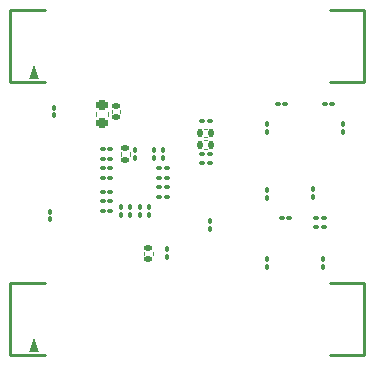
<source format=gbr>
%TF.GenerationSoftware,KiCad,Pcbnew,9.0.6-r1*%
%TF.CreationDate,2025-12-20T23:12:14+08:00*%
%TF.ProjectId,H750XB_V2,48373530-5842-45f5-9632-2e6b69636164,rev?*%
%TF.SameCoordinates,Original*%
%TF.FileFunction,Legend,Bot*%
%TF.FilePolarity,Positive*%
%FSLAX46Y46*%
G04 Gerber Fmt 4.6, Leading zero omitted, Abs format (unit mm)*
G04 Created by KiCad (PCBNEW 9.0.6-r1) date 2025-12-20 23:12:14*
%MOMM*%
%LPD*%
G01*
G04 APERTURE LIST*
G04 Aperture macros list*
%AMRoundRect*
0 Rectangle with rounded corners*
0 $1 Rounding radius*
0 $2 $3 $4 $5 $6 $7 $8 $9 X,Y pos of 4 corners*
0 Add a 4 corners polygon primitive as box body*
4,1,4,$2,$3,$4,$5,$6,$7,$8,$9,$2,$3,0*
0 Add four circle primitives for the rounded corners*
1,1,$1+$1,$2,$3*
1,1,$1+$1,$4,$5*
1,1,$1+$1,$6,$7*
1,1,$1+$1,$8,$9*
0 Add four rect primitives between the rounded corners*
20,1,$1+$1,$2,$3,$4,$5,0*
20,1,$1+$1,$4,$5,$6,$7,0*
20,1,$1+$1,$6,$7,$8,$9,0*
20,1,$1+$1,$8,$9,$2,$3,0*%
G04 Aperture macros list end*
%ADD10C,0.120000*%
%ADD11C,0.254000*%
%ADD12C,0.000000*%
%ADD13RoundRect,0.135000X0.185000X-0.135000X0.185000X0.135000X-0.185000X0.135000X-0.185000X-0.135000X0*%
%ADD14RoundRect,0.100000X0.100000X-0.130000X0.100000X0.130000X-0.100000X0.130000X-0.100000X-0.130000X0*%
%ADD15RoundRect,0.100000X-0.100000X0.130000X-0.100000X-0.130000X0.100000X-0.130000X0.100000X0.130000X0*%
%ADD16RoundRect,0.100000X0.130000X0.100000X-0.130000X0.100000X-0.130000X-0.100000X0.130000X-0.100000X0*%
%ADD17RoundRect,0.225000X-0.250000X0.225000X-0.250000X-0.225000X0.250000X-0.225000X0.250000X0.225000X0*%
%ADD18RoundRect,0.100000X-0.130000X-0.100000X0.130000X-0.100000X0.130000X0.100000X-0.130000X0.100000X0*%
%ADD19RoundRect,0.100000X0.021213X0.162635X-0.162635X-0.021213X-0.021213X-0.162635X0.162635X0.021213X0*%
%ADD20RoundRect,0.100000X0.162635X-0.021213X-0.021213X0.162635X-0.162635X0.021213X0.021213X-0.162635X0*%
%ADD21RoundRect,0.140000X0.140000X0.170000X-0.140000X0.170000X-0.140000X-0.170000X0.140000X-0.170000X0*%
%ADD22RoundRect,0.140000X-0.170000X0.140000X-0.170000X-0.140000X0.170000X-0.140000X0.170000X0.140000X0*%
%ADD23RoundRect,0.140000X0.170000X-0.140000X0.170000X0.140000X-0.170000X0.140000X-0.170000X-0.140000X0*%
%ADD24R,0.500000X2.000000*%
G04 APERTURE END LIST*
D10*
%TO.C,R1*%
X10128800Y17246359D02*
X10128800Y17553641D01*
X9368800Y17246359D02*
X9368800Y17553641D01*
%TO.C,C60*%
X7238800Y20940580D02*
X7238800Y20659420D01*
X8258800Y20940580D02*
X8258800Y20659420D01*
%TO.C,C14*%
X16656636Y18560000D02*
X16440964Y18560000D01*
X16656636Y17840000D02*
X16440964Y17840000D01*
%TO.C,C3*%
X8588800Y21107836D02*
X8588800Y20892164D01*
X9308800Y21107836D02*
X9308800Y20892164D01*
%TO.C,C9*%
X12058800Y8892164D02*
X12058800Y9107836D01*
X11338800Y8892164D02*
X11338800Y9107836D01*
%TO.C,C6*%
X16656636Y19560000D02*
X16440964Y19560000D01*
X16656636Y18840000D02*
X16440964Y18840000D01*
D11*
%TO.C,CN1*%
X2935000Y29598000D02*
X14000Y29598000D01*
X14000Y29598000D02*
X14000Y23502000D01*
X14000Y23502000D02*
X2935000Y23502000D01*
X27065000Y23502000D02*
X29986000Y23502000D01*
X29986000Y23502000D02*
X29986000Y29598000D01*
X29986000Y29598000D02*
X27065000Y29598000D01*
D12*
G36*
X2427000Y23756000D02*
G01*
X1627000Y23756000D01*
X2027000Y24956000D01*
X2427000Y23756000D01*
G37*
D11*
%TO.C,CN3*%
X2935000Y6498000D02*
X14000Y6498000D01*
X14000Y6498000D02*
X14000Y402000D01*
X14000Y402000D02*
X2935000Y402000D01*
X27065000Y402000D02*
X29986000Y402000D01*
X29986000Y402000D02*
X29986000Y6498000D01*
X29986000Y6498000D02*
X27065000Y6498000D01*
D12*
G36*
X2427000Y656000D02*
G01*
X1627000Y656000D01*
X2027000Y1856000D01*
X2427000Y656000D01*
G37*
%TD*%
%LPC*%
D13*
%TO.C,R1*%
X9748800Y16890000D03*
X9748800Y17910000D03*
%TD*%
D14*
%TO.C,C64*%
X21748800Y7835000D03*
X21748800Y8475000D03*
%TD*%
D15*
%TO.C,C61*%
X3698800Y21320000D03*
X3698800Y20680000D03*
%TD*%
D16*
%TO.C,C59*%
X16868800Y20200000D03*
X16228800Y20200000D03*
%TD*%
D14*
%TO.C,C62*%
X26448800Y7860000D03*
X26448800Y8500000D03*
%TD*%
%TO.C,C58*%
X13298800Y8680000D03*
X13298800Y9320000D03*
%TD*%
D17*
%TO.C,C60*%
X7748800Y21575000D03*
X7748800Y20025000D03*
%TD*%
D15*
%TO.C,C52*%
X28148800Y19920000D03*
X28148800Y19280000D03*
%TD*%
D18*
%TO.C,C51*%
X22628800Y21600000D03*
X23268800Y21600000D03*
%TD*%
D19*
%TO.C,C50*%
X27975074Y12626274D03*
X27522526Y12173726D03*
%TD*%
D16*
%TO.C,C39*%
X26523800Y11200000D03*
X25883800Y11200000D03*
%TD*%
%TO.C,C44*%
X26523800Y12000000D03*
X25883800Y12000000D03*
%TD*%
D18*
%TO.C,C48*%
X22994800Y12000000D03*
X23634800Y12000000D03*
%TD*%
D14*
%TO.C,C43*%
X21748800Y19280000D03*
X21748800Y19920000D03*
%TD*%
D15*
%TO.C,C42*%
X25648800Y14400000D03*
X25648800Y13760000D03*
%TD*%
%TO.C,C45*%
X21748800Y14320000D03*
X21748800Y13680000D03*
%TD*%
D20*
%TO.C,C34*%
X12975074Y12573726D03*
X12522526Y13026274D03*
%TD*%
D16*
%TO.C,C30*%
X13268800Y16200000D03*
X12628800Y16200000D03*
%TD*%
D15*
%TO.C,C31*%
X12948800Y17720000D03*
X12948800Y17080000D03*
%TD*%
D14*
%TO.C,C35*%
X10948800Y12280000D03*
X10948800Y12920000D03*
%TD*%
D16*
%TO.C,C28*%
X13268800Y14600000D03*
X12628800Y14600000D03*
%TD*%
D18*
%TO.C,C37*%
X26628800Y21600000D03*
X27268800Y21600000D03*
%TD*%
%TO.C,C33*%
X7828800Y14200000D03*
X8468800Y14200000D03*
%TD*%
%TO.C,C32*%
X7828800Y16200000D03*
X8468800Y16200000D03*
%TD*%
D16*
%TO.C,C29*%
X13268800Y13800000D03*
X12628800Y13800000D03*
%TD*%
D18*
%TO.C,C24*%
X7828800Y15400000D03*
X8468800Y15400000D03*
%TD*%
D15*
%TO.C,C22*%
X10548800Y17720000D03*
X10548800Y17080000D03*
%TD*%
D18*
%TO.C,C18*%
X7828800Y12600000D03*
X8468800Y12600000D03*
%TD*%
D14*
%TO.C,C16*%
X11748800Y12280000D03*
X11748800Y12920000D03*
%TD*%
D21*
%TO.C,C14*%
X17028800Y18200000D03*
X16068800Y18200000D03*
%TD*%
D16*
%TO.C,C21*%
X13268800Y15400000D03*
X12628800Y15400000D03*
%TD*%
D14*
%TO.C,C27*%
X10148800Y12280000D03*
X10148800Y12920000D03*
%TD*%
%TO.C,C26*%
X9348800Y12280000D03*
X9348800Y12920000D03*
%TD*%
D18*
%TO.C,C25*%
X7828800Y13400000D03*
X8468800Y13400000D03*
%TD*%
D14*
%TO.C,C23*%
X16948800Y11080000D03*
X16948800Y11720000D03*
%TD*%
D15*
%TO.C,C20*%
X12148800Y17720000D03*
X12148800Y17080000D03*
%TD*%
D18*
%TO.C,C17*%
X7828800Y17800000D03*
X8468800Y17800000D03*
%TD*%
%TO.C,C15*%
X7828800Y17000000D03*
X8468800Y17000000D03*
%TD*%
D16*
%TO.C,C12*%
X16868800Y17400000D03*
X16228800Y17400000D03*
%TD*%
%TO.C,C10*%
X16868800Y16600000D03*
X16228800Y16600000D03*
%TD*%
D22*
%TO.C,C3*%
X8948800Y21480000D03*
X8948800Y20520000D03*
%TD*%
D15*
%TO.C,C11*%
X3348800Y12520000D03*
X3348800Y11880000D03*
%TD*%
D23*
%TO.C,C9*%
X11698800Y8520000D03*
X11698800Y9480000D03*
%TD*%
D21*
%TO.C,C6*%
X17028800Y19200000D03*
X16068800Y19200000D03*
%TD*%
D24*
%TO.C,CN1*%
X26600000Y28750000D03*
X26600000Y24350000D03*
X25800000Y28750000D03*
X25800000Y24350000D03*
X25000000Y28750000D03*
X25000000Y24350000D03*
X24200000Y28750000D03*
X24200000Y24350000D03*
X23400000Y28750000D03*
X23400000Y24350000D03*
X22600000Y28750000D03*
X22600000Y24350000D03*
X21800000Y28750000D03*
X21800000Y24350000D03*
X21000000Y28750000D03*
X21000000Y24350000D03*
X20200000Y28750000D03*
X20200000Y24350000D03*
X19400000Y28750000D03*
X19400000Y24350000D03*
X18600000Y28750000D03*
X18600000Y24350000D03*
X17800000Y28750000D03*
X17800000Y24350000D03*
X17000000Y28750000D03*
X17000000Y24350000D03*
X16200000Y28750000D03*
X16200000Y24350000D03*
X15400000Y28750000D03*
X15400000Y24350000D03*
X14600000Y28750000D03*
X14600000Y24350000D03*
X13800000Y28750000D03*
X13800000Y24350000D03*
X13000000Y28750000D03*
X13000000Y24350000D03*
X12200000Y28750000D03*
X12200000Y24350000D03*
X11400000Y28750000D03*
X11400000Y24350000D03*
X10600000Y28750000D03*
X10600000Y24350000D03*
X9800000Y28750000D03*
X9800000Y24350000D03*
X9000000Y28750000D03*
X9000000Y24350000D03*
X8200000Y28750000D03*
X8200000Y24350000D03*
X7400000Y28750000D03*
X7400000Y24350000D03*
X6600000Y28750000D03*
X6600000Y24350000D03*
X5800000Y28750000D03*
X5800000Y24350000D03*
X5000000Y28750000D03*
X5000000Y24350000D03*
X4200000Y28750000D03*
X4200000Y24350000D03*
X3400000Y28750000D03*
X3400000Y24350000D03*
%TD*%
%TO.C,CN3*%
X26600000Y5650000D03*
X26600000Y1250000D03*
X25800000Y5650000D03*
X25800000Y1250000D03*
X25000000Y5650000D03*
X25000000Y1250000D03*
X24200000Y5650000D03*
X24200000Y1250000D03*
X23400000Y5650000D03*
X23400000Y1250000D03*
X22600000Y5650000D03*
X22600000Y1250000D03*
X21800000Y5650000D03*
X21800000Y1250000D03*
X21000000Y5650000D03*
X21000000Y1250000D03*
X20200000Y5650000D03*
X20200000Y1250000D03*
X19400000Y5650000D03*
X19400000Y1250000D03*
X18600000Y5650000D03*
X18600000Y1250000D03*
X17800000Y5650000D03*
X17800000Y1250000D03*
X17000000Y5650000D03*
X17000000Y1250000D03*
X16200000Y5650000D03*
X16200000Y1250000D03*
X15400000Y5650000D03*
X15400000Y1250000D03*
X14600000Y5650000D03*
X14600000Y1250000D03*
X13800000Y5650000D03*
X13800000Y1250000D03*
X13000000Y5650000D03*
X13000000Y1250000D03*
X12200000Y5650000D03*
X12200000Y1250000D03*
X11400000Y5650000D03*
X11400000Y1250000D03*
X10600000Y5650000D03*
X10600000Y1250000D03*
X9800000Y5650000D03*
X9800000Y1250000D03*
X9000000Y5650000D03*
X9000000Y1250000D03*
X8200000Y5650000D03*
X8200000Y1250000D03*
X7400000Y5650000D03*
X7400000Y1250000D03*
X6600000Y5650000D03*
X6600000Y1250000D03*
X5800000Y5650000D03*
X5800000Y1250000D03*
X5000000Y5650000D03*
X5000000Y1250000D03*
X4200000Y5650000D03*
X4200000Y1250000D03*
X3400000Y5650000D03*
X3400000Y1250000D03*
%TD*%
%LPD*%
M02*

</source>
